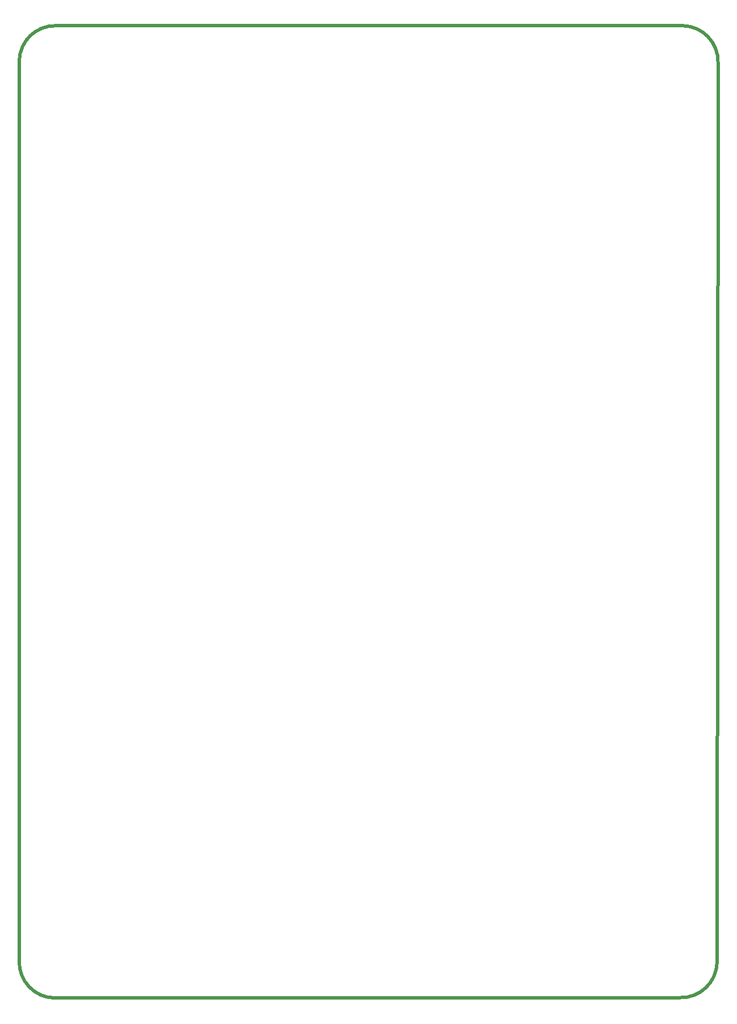
<source format=gbr>
%TF.GenerationSoftware,KiCad,Pcbnew,(5.1.10-1-10_14)*%
%TF.CreationDate,2021-10-16T18:52:24-04:00*%
%TF.ProjectId,CC_PCB_V1,43435f50-4342-45f5-9631-2e6b69636164,10/13/2021*%
%TF.SameCoordinates,Original*%
%TF.FileFunction,Profile,NP*%
%FSLAX46Y46*%
G04 Gerber Fmt 4.6, Leading zero omitted, Abs format (unit mm)*
G04 Created by KiCad (PCBNEW (5.1.10-1-10_14)) date 2021-10-16 18:52:24*
%MOMM*%
%LPD*%
G01*
G04 APERTURE LIST*
%TA.AperFunction,Profile*%
%ADD10C,0.500000*%
%TD*%
G04 APERTURE END LIST*
D10*
X54600000Y-21700000D02*
G75*
G02*
X60053499Y-16498714I5348169J-147890D01*
G01*
X59801286Y-161353499D02*
G75*
G02*
X54600000Y-155900000I147890J5348169D01*
G01*
X153600000Y-16500000D02*
G75*
G02*
X158801286Y-21953499I-147890J-5348169D01*
G01*
X158653499Y-156100000D02*
G75*
G02*
X153200000Y-161301286I-5348169J147890D01*
G01*
X54600000Y-155900000D02*
X54600000Y-21700000D01*
X153200000Y-161301286D02*
X59801286Y-161353499D01*
X158801286Y-21953499D02*
X158653499Y-156100000D01*
X60053499Y-16498714D02*
X153600000Y-16500000D01*
M02*

</source>
